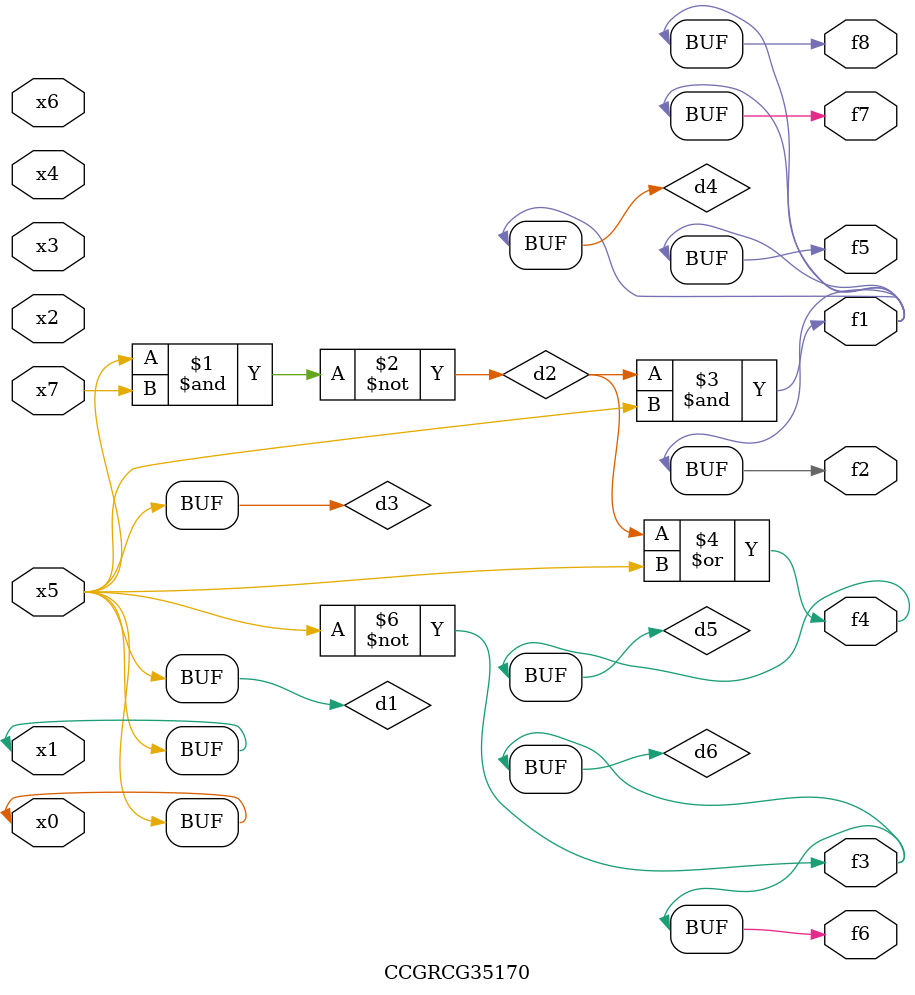
<source format=v>
module CCGRCG35170(
	input x0, x1, x2, x3, x4, x5, x6, x7,
	output f1, f2, f3, f4, f5, f6, f7, f8
);

	wire d1, d2, d3, d4, d5, d6;

	buf (d1, x0, x5);
	nand (d2, x5, x7);
	buf (d3, x0, x1);
	and (d4, d2, d3);
	or (d5, d2, d3);
	nor (d6, d1, d3);
	assign f1 = d4;
	assign f2 = d4;
	assign f3 = d6;
	assign f4 = d5;
	assign f5 = d4;
	assign f6 = d6;
	assign f7 = d4;
	assign f8 = d4;
endmodule

</source>
